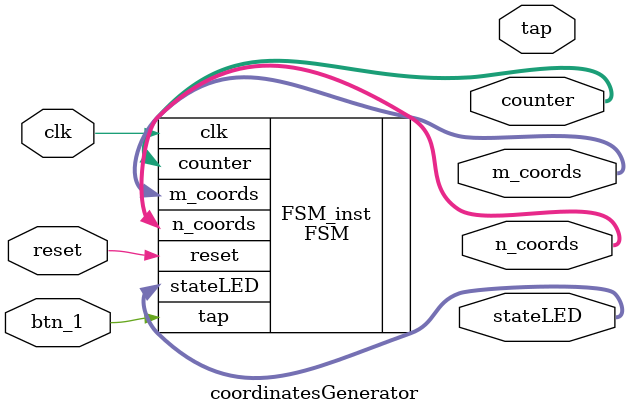
<source format=v>
`timescale 1ns / 1ps

module coordinatesGenerator(
    input wire clk, reset,
    input wire btn_1,
    output wire tap,// debugging
    output wire [1:0] counter, // debugging
    output wire [2:0] n_coords, 
    output wire [2:0] m_coords,
    output wire [2:0] stateLED // debugging
    );

// instantiate FSM which outputs the n_coords and m_coords 
FSM FSM_inst (
    .clk(clk),
    .tap(btn_1),
    .reset(reset),
    .n_coords(n_coords),
    .m_coords(m_coords),
    .counter(counter),
    .stateLED(stateLED)
);    

endmodule



</source>
